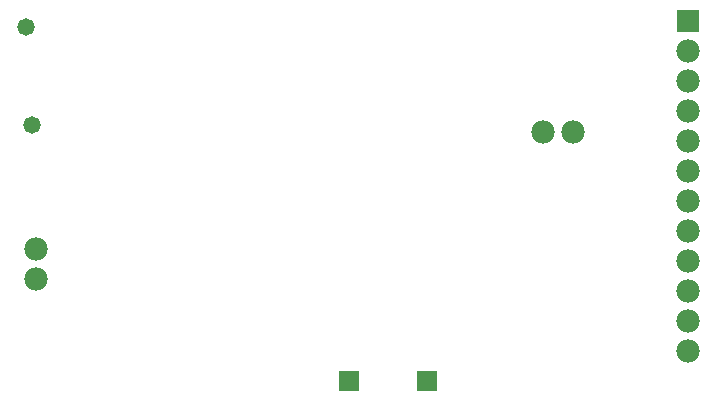
<source format=gbs>
G04*
G04 #@! TF.GenerationSoftware,Altium Limited,Altium Designer,18.1.9 (240)*
G04*
G04 Layer_Color=16711935*
%FSLAX24Y24*%
%MOIN*%
G70*
G01*
G75*
%ADD71C,0.0780*%
%ADD72R,0.0780X0.0780*%
%ADD73R,0.0710X0.0710*%
%ADD74C,0.0580*%
D71*
X770Y4920D02*
D03*
Y3920D02*
D03*
X17650Y8830D02*
D03*
X18650D02*
D03*
X22500Y11500D02*
D03*
Y10500D02*
D03*
Y9500D02*
D03*
Y8500D02*
D03*
Y7500D02*
D03*
Y6500D02*
D03*
Y5500D02*
D03*
Y4500D02*
D03*
Y3500D02*
D03*
Y2500D02*
D03*
Y1500D02*
D03*
D72*
Y12500D02*
D03*
D73*
X11201Y523D02*
D03*
X13799D02*
D03*
D74*
X420Y12300D02*
D03*
X640Y9040D02*
D03*
M02*

</source>
